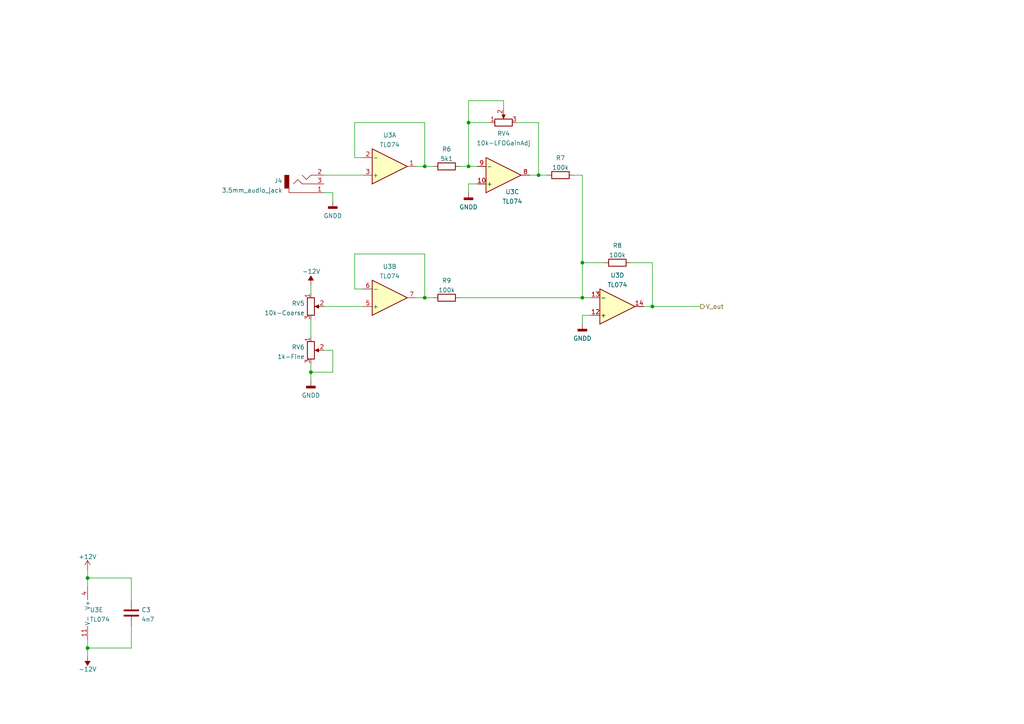
<source format=kicad_sch>
(kicad_sch (version 20211123) (generator eeschema)
  (paper "A4")
  (lib_symbols
    (symbol "Amplifier_Operational:TL074" (pin_names (offset 0.127))
      (property "Reference" "U" (at 0 5.08 0))
      (property "Value" "TL074" (at 0 -5.08 0))
      (symbol "TL074_1_1"
        (polyline (pts (xy -5.08 5.08) (xy 5.08 0) (xy -5.08 -5.08) (xy -5.08 5.08)) (stroke (width 0.254)) (fill (type background)))
        (pin output line (at 7.62 0 180) (length 2.54) (name "~") (number "1"))
        (pin input line (at -7.62 -2.54 0) (length 2.54) (name "-") (number "2"))
        (pin input line (at -7.62 2.54 0) (length 2.54) (name "+") (number "3"))
      )
      (symbol "TL074_2_1"
        (polyline (pts (xy -5.08 5.08) (xy 5.08 0) (xy -5.08 -5.08) (xy -5.08 5.08)) (stroke (width 0.254)) (fill (type background)))
        (pin input line (at -7.62 2.54 0) (length 2.54) (name "+") (number "5"))
        (pin input line (at -7.62 -2.54 0) (length 2.54) (name "-") (number "6"))
        (pin output line (at 7.62 0 180) (length 2.54) (name "~") (number "7"))
      )
      (symbol "TL074_3_1"
        (polyline (pts (xy -5.08 5.08) (xy 5.08 0) (xy -5.08 -5.08) (xy -5.08 5.08)) (stroke (width 0.254)) (fill (type background)))
        (pin input line (at -7.62 2.54 0) (length 2.54) (name "+") (number "10"))
        (pin output line (at 7.62 0 180) (length 2.54) (name "~") (number "8"))
        (pin input line (at -7.62 -2.54 0) (length 2.54) (name "-") (number "9"))
      )
      (symbol "TL074_4_1"
        (polyline (pts (xy -5.08 5.08) (xy 5.08 0) (xy -5.08 -5.08) (xy -5.08 5.08)) (stroke (width 0.254)) (fill (type background)))
        (pin input line (at -7.62 2.54 0) (length 2.54) (name "+") (number "12"))
        (pin input line (at -7.62 -2.54 0) (length 2.54) (name "-") (number "13"))
        (pin output line (at 7.62 0 180) (length 2.54) (name "~") (number "14"))
      )
      (symbol "TL074_5_1"
        (pin power_in line (at -2.54 -7.62 90) (length 3.81) (name "V-") (number "11"))
        (pin power_in line (at -2.54 7.62 270) (length 3.81) (name "V+") (number "4"))
      )
    )
    (symbol "Custom:3.5mm_audio_jack" (pin_names (offset 1.016))
      (property "Reference" "J" (at 0 -3.81 0))
      (property "Value" "3.5mm_audio_jack" (at 0 -5.08 0))
      (symbol "3.5mm_audio_jack_0_1"
        (rectangle (start -6.35 1.27) (end -5.08 -2.54) (fill (type outline)))
        (polyline (pts (xy 2.54 2.54) (xy -5.08 2.54) (xy -5.08 1.27)))
        (polyline (pts (xy 2.54 -2.54) (xy 1.27 -2.54) (xy 0 -1.27) (xy -1.27 -2.54)))
        (polyline (pts (xy 2.54 0) (xy -1.27 0) (xy -2.54 -1.27) (xy -3.81 0)))
      )
      (symbol "3.5mm_audio_jack_1_1"
        (pin passive line (at 5.08 2.54 180) (length 2.54) (name "~") (number "1"))
        (pin passive line (at 5.08 -2.54 180) (length 2.54) (name "~") (number "2"))
        (pin passive line (at 5.08 0 180) (length 2.54) (name "~") (number "3"))
      )
    )
    (symbol "Device:C" (pin_numbers hide) (pin_names (offset 0.254))
      (property "Reference" "C" (at 0.635 2.54 0))
      (property "Value" "C" (at 0.635 -2.54 0))
      (symbol "C_0_1"
        (polyline (pts (xy -2.032 -0.762) (xy 2.032 -0.762)) (stroke (width 0.508)))
        (polyline (pts (xy -2.032 0.762) (xy 2.032 0.762)) (stroke (width 0.508)))
      )
      (symbol "C_1_1"
        (pin passive line (at 0 3.81 270) (length 2.794) (name "~") (number "1"))
        (pin passive line (at 0 -3.81 90) (length 2.794) (name "~") (number "2"))
      )
    )
    (symbol "Device:R" (pin_numbers hide) (pin_names (offset 0))
      (property "Reference" "R" (at 2.032 0 90))
      (property "Value" "R" (at 0 0 90))
      (symbol "R_0_1"
        (rectangle (start -1.016 -2.54) (end 1.016 2.54) (stroke (width 0.254)))
      )
      (symbol "R_1_1"
        (pin passive line (at 0 3.81 270) (length 1.27) (name "~") (number "1"))
        (pin passive line (at 0 -3.81 90) (length 1.27) (name "~") (number "2"))
      )
    )
    (symbol "Device:R_Potentiometer" (pin_names (offset 1.016) hide)
      (property "Reference" "RV" (at -4.445 0 90))
      (property "Value" "R_Potentiometer" (at -2.54 0 90))
      (symbol "R_Potentiometer_0_1"
        (polyline (pts (xy 2.54 0) (xy 1.524 0)))
        (polyline (pts (xy 1.143 0) (xy 2.286 0.508) (xy 2.286 -0.508) (xy 1.143 0)) (fill (type outline)))
        (rectangle (start 1.016 2.54) (end -1.016 -2.54) (stroke (width 0.254)))
      )
      (symbol "R_Potentiometer_1_1"
        (pin passive line (at 0 3.81 270) (length 1.27) (name "1") (number "1"))
        (pin passive line (at 3.81 0 180) (length 1.27) (name "2") (number "2"))
        (pin passive line (at 0 -3.81 90) (length 1.27) (name "3") (number "3"))
      )
    )
    (symbol "power:+12V" (power) (pin_names (offset 0))
      (property "Value" "+12V" (at 0 3.556 0))
      (symbol "+12V_0_1"
        (polyline (pts (xy -0.762 1.27) (xy 0 2.54)))
        (polyline (pts (xy 0 0) (xy 0 2.54)))
        (polyline (pts (xy 0 2.54) (xy 0.762 1.27)))
      )
      (symbol "+12V_1_1"
        (pin power_in line (at 0 0 90) (length 0) hide (name "+12V") (number "1"))
      )
    )
    (symbol "power:-12V" (power) (pin_names (offset 0))
      (property "Value" "-12V" (at 0 3.81 0))
      (symbol "-12V_0_0"
        (pin power_in line (at 0 0 90) (length 0) hide (name "-12V") (number "1"))
      )
      (symbol "-12V_0_1"
        (polyline (pts (xy 0 0) (xy 0 1.27) (xy 0.762 1.27) (xy 0 2.54) (xy -0.762 1.27) (xy 0 1.27)) (fill (type outline)))
      )
    )
    (symbol "power:GNDD" (power) (pin_names (offset 0))
      (property "Value" "GNDD" (at 0 -3.175 0))
      (symbol "GNDD_0_1"
        (rectangle (start -1.27 -1.524) (end 1.27 -2.032) (stroke (width 0.254)) (fill (type outline)))
        (polyline (pts (xy 0 0) (xy 0 -1.524)))
      )
      (symbol "GNDD_1_1"
        (pin power_in line (at 0 0 270) (length 0) hide (name "GNDD") (number "1"))
      )
    )
  )
  (junction (at 135.89 48.26))
  (junction (at 168.91 76.2))
  (junction (at 168.91 86.36))
  (junction (at 123.19 86.36))
  (junction (at 25.4 187.96))
  (junction (at 135.89 35.56))
  (junction (at 189.23 88.9))
  (junction (at 156.21 50.8))
  (junction (at 25.4 167.64))
  (junction (at 123.19 48.26))
  (junction (at 90.17 107.95))
  (wire (pts (xy 189.23 88.9) (xy 186.69 88.9)))
  (wire (pts (xy 156.21 50.8) (xy 158.75 50.8)))
  (wire (pts (xy 93.98 50.8) (xy 105.41 50.8)))
  (wire (pts (xy 93.98 88.9) (xy 105.41 88.9)))
  (wire (pts (xy 146.05 31.75) (xy 146.05 29.21)))
  (wire (pts (xy 168.91 76.2) (xy 175.26 76.2)))
  (wire (pts (xy 96.52 107.95) (xy 90.17 107.95)))
  (wire (pts (xy 135.89 53.34) (xy 135.89 55.88)))
  (wire (pts (xy 156.21 35.56) (xy 156.21 50.8)))
  (wire (pts (xy 149.86 35.56) (xy 156.21 35.56)))
  (wire (pts (xy 38.1 187.96) (xy 25.4 187.96)))
  (wire (pts (xy 102.87 35.56) (xy 123.19 35.56)))
  (wire (pts (xy 123.19 35.56) (xy 123.19 48.26)))
  (wire (pts (xy 133.35 48.26) (xy 135.89 48.26)))
  (wire (pts (xy 166.37 50.8) (xy 168.91 50.8)))
  (wire (pts (xy 135.89 48.26) (xy 138.43 48.26)))
  (wire (pts (xy 171.45 86.36) (xy 168.91 86.36)))
  (wire (pts (xy 90.17 107.95) (xy 90.17 110.49)))
  (wire (pts (xy 25.4 165.1) (xy 25.4 167.64)))
  (wire (pts (xy 133.35 86.36) (xy 168.91 86.36)))
  (wire (pts (xy 102.87 73.66) (xy 123.19 73.66)))
  (wire (pts (xy 90.17 82.55) (xy 90.17 85.09)))
  (wire (pts (xy 123.19 86.36) (xy 120.65 86.36)))
  (wire (pts (xy 168.91 91.44) (xy 168.91 93.98)))
  (wire (pts (xy 90.17 92.71) (xy 90.17 97.79)))
  (wire (pts (xy 25.4 167.64) (xy 25.4 170.18)))
  (wire (pts (xy 25.4 187.96) (xy 25.4 190.5)))
  (wire (pts (xy 96.52 55.88) (xy 93.98 55.88)))
  (wire (pts (xy 189.23 76.2) (xy 189.23 88.9)))
  (wire (pts (xy 38.1 167.64) (xy 25.4 167.64)))
  (wire (pts (xy 102.87 83.82) (xy 102.87 73.66)))
  (wire (pts (xy 105.41 83.82) (xy 102.87 83.82)))
  (wire (pts (xy 96.52 101.6) (xy 96.52 107.95)))
  (wire (pts (xy 138.43 53.34) (xy 135.89 53.34)))
  (wire (pts (xy 123.19 73.66) (xy 123.19 86.36)))
  (wire (pts (xy 25.4 185.42) (xy 25.4 187.96)))
  (wire (pts (xy 38.1 181.61) (xy 38.1 187.96)))
  (wire (pts (xy 142.24 35.56) (xy 135.89 35.56)))
  (wire (pts (xy 123.19 48.26) (xy 125.73 48.26)))
  (wire (pts (xy 96.52 55.88) (xy 96.52 58.42)))
  (wire (pts (xy 123.19 86.36) (xy 125.73 86.36)))
  (wire (pts (xy 168.91 86.36) (xy 168.91 76.2)))
  (wire (pts (xy 182.88 76.2) (xy 189.23 76.2)))
  (wire (pts (xy 93.98 101.6) (xy 96.52 101.6)))
  (wire (pts (xy 189.23 88.9) (xy 203.2 88.9)))
  (wire (pts (xy 156.21 50.8) (xy 153.67 50.8)))
  (wire (pts (xy 90.17 107.95) (xy 90.17 105.41)))
  (wire (pts (xy 38.1 173.99) (xy 38.1 167.64)))
  (wire (pts (xy 146.05 29.21) (xy 135.89 29.21)))
  (wire (pts (xy 105.41 45.72) (xy 102.87 45.72)))
  (wire (pts (xy 123.19 48.26) (xy 120.65 48.26)))
  (wire (pts (xy 135.89 35.56) (xy 135.89 48.26)))
  (wire (pts (xy 135.89 29.21) (xy 135.89 35.56)))
  (wire (pts (xy 102.87 45.72) (xy 102.87 35.56)))
  (wire (pts (xy 171.45 91.44) (xy 168.91 91.44)))
  (wire (pts (xy 168.91 50.8) (xy 168.91 76.2)))
  (hierarchical_label "V_out" (shape output) (at 203.2 88.9 0))
  (symbol (lib_id "Device:C") (at 38.1 177.8 0) (unit 1)
    (property "Reference" "C3" (at 41.021 176.8915 0) (effects (justify left)))
    (property "Value" "4n7" (at 41.021 179.6666 0) (effects (justify left)))
    (property "Footprint" "Capacitor_THT:C_Disc_D3.4mm_W2.1mm_P2.50mm" (effects hide))
  )
  (symbol (lib_id "Device:R_Potentiometer") (at 146.05 35.56 90) (unit 1)
    (property "Reference" "RV4" (at 146.05 38.7255 90))
    (property "Value" "10k-LFOGainAdj" (at 146.05 41.5006 90))
    (property "Footprint" "Custom Footprints:RV-90 Potentiometer" (effects hide))
  )
  (symbol (lib_id "Amplifier_Operational:TL074") (at 27.94 177.8 0) (unit 5)
    (property "Reference" "U3" (at 26.035 176.8915 0) (effects (justify left)))
    (property "Value" "TL074" (at 26.035 179.6666 0) (effects (justify left)))
    (property "Footprint" "Package_DIP:DIP-14_W7.62mm" (effects hide))
    (property "Datasheet" "http://www.ti.com/lit/ds/symlink/tl071.pdf" (effects hide))
  )
  (symbol (lib_id "power:GNDD") (at 135.89 55.88 0) (unit 1)
    (property "Reference" "#PWR011" (effects hide))
    (property "Value" "GNDD" (at 135.89 60.0615 0))
  )
  (symbol (lib_id "power:GNDD") (at 168.91 93.98 0) (unit 1)
    (property "Reference" "#PWR014" (effects hide))
    (property "Value" "GNDD" (at 168.91 98.1615 0))
  )
  (symbol (lib_id "power:-12V") (at 25.4 190.5 180) (unit 1)
    (property "Reference" "#PWR017" (effects hide))
    (property "Value" "-12V" (at 25.4 194.1045 0))
  )
  (symbol (lib_id "Device:R") (at 162.56 50.8 90) (unit 1)
    (property "Reference" "R7" (at 162.56 45.8175 90))
    (property "Value" "100k" (at 162.56 48.5926 90))
    (property "Footprint" "Resistor_THT:R_Axial_DIN0207_L6.3mm_D2.5mm_P10.16mm_Horizontal" (effects hide))
  )
  (symbol (lib_id "Amplifier_Operational:TL074") (at 146.05 50.8 0) (mirror x) (unit 3)
    (property "Reference" "U3" (at 148.59 55.6449 0))
    (property "Value" "TL074" (at 148.59 58.42 0))
    (property "Footprint" "Package_DIP:DIP-14_W7.62mm" (effects hide))
    (property "Datasheet" "http://www.ti.com/lit/ds/symlink/tl071.pdf" (effects hide))
  )
  (symbol (lib_id "Custom:3.5mm_audio_jack") (at 88.9 53.34 0) (mirror x) (unit 1)
    (property "Reference" "J4" (at 81.9151 52.4315 0) (effects (justify right)))
    (property "Value" "3.5mm_audio_jack" (at 81.9151 55.2066 0) (effects (justify right)))
    (property "Footprint" "Custom Footprints:PJ_301M" (effects hide))
  )
  (symbol (lib_id "Device:R") (at 129.54 48.26 90) (unit 1)
    (property "Reference" "R6" (at 129.54 43.2775 90))
    (property "Value" "5k1" (at 129.54 46.0526 90))
    (property "Footprint" "Resistor_THT:R_Axial_DIN0207_L6.3mm_D2.5mm_P10.16mm_Horizontal" (effects hide))
  )
  (symbol (lib_id "Device:R_Potentiometer") (at 90.17 101.6 0) (unit 1)
    (property "Reference" "RV6" (at 88.392 100.6915 0) (effects (justify right)))
    (property "Value" "1k-Fine" (at 88.392 103.4666 0) (effects (justify right)))
    (property "Footprint" "Custom Footprints:RV-90 Potentiometer" (effects hide))
  )
  (symbol (lib_id "Amplifier_Operational:TL074") (at 113.03 48.26 0) (mirror x) (unit 1)
    (property "Reference" "U3" (at 113.03 39.2135 0))
    (property "Value" "TL074" (at 113.03 41.9886 0))
    (property "Footprint" "Package_DIP:DIP-14_W7.62mm" (effects hide))
    (property "Datasheet" "http://www.ti.com/lit/ds/symlink/tl071.pdf" (effects hide))
  )
  (symbol (lib_id "power:GNDD") (at 90.17 110.49 0) (unit 1)
    (property "Reference" "#PWR015" (effects hide))
    (property "Value" "GNDD" (at 90.17 114.6715 0))
  )
  (symbol (lib_id "Amplifier_Operational:TL074") (at 179.07 88.9 0) (mirror x) (unit 4)
    (property "Reference" "U3" (at 179.07 79.8535 0))
    (property "Value" "TL074" (at 179.07 82.6286 0))
    (property "Footprint" "Package_DIP:DIP-14_W7.62mm" (effects hide))
    (property "Datasheet" "http://www.ti.com/lit/ds/symlink/tl071.pdf" (effects hide))
  )
  (symbol (lib_id "Device:R") (at 129.54 86.36 90) (unit 1)
    (property "Reference" "R9" (at 129.54 81.3775 90))
    (property "Value" "100k" (at 129.54 84.1526 90))
    (property "Footprint" "Resistor_THT:R_Axial_DIN0207_L6.3mm_D2.5mm_P10.16mm_Horizontal" (effects hide))
  )
  (symbol (lib_id "power:+12V") (at 25.4 165.1 0) (unit 1)
    (property "Reference" "#PWR016" (effects hide))
    (property "Value" "+12V" (at 25.4 161.4955 0))
  )
  (symbol (lib_id "power:-12V") (at 90.17 82.55 0) (unit 1)
    (property "Reference" "#PWR013" (effects hide))
    (property "Value" "-12V" (at 87.63 78.74 0) (effects (justify left)))
  )
  (symbol (lib_id "Amplifier_Operational:TL074") (at 113.03 86.36 0) (mirror x) (unit 2)
    (property "Reference" "U3" (at 113.03 77.3135 0))
    (property "Value" "TL074" (at 113.03 80.0886 0))
    (property "Footprint" "Package_DIP:DIP-14_W7.62mm" (effects hide))
    (property "Datasheet" "http://www.ti.com/lit/ds/symlink/tl071.pdf" (effects hide))
  )
  (symbol (lib_id "Device:R_Potentiometer") (at 90.17 88.9 0) (unit 1)
    (property "Reference" "RV5" (at 88.3921 87.9915 0) (effects (justify right)))
    (property "Value" "10k-Coarse" (at 88.3921 90.7666 0) (effects (justify right)))
    (property "Footprint" "Custom Footprints:RV-90 Potentiometer" (effects hide))
  )
  (symbol (lib_id "Device:R") (at 179.07 76.2 90) (unit 1)
    (property "Reference" "R8" (at 179.07 71.2175 90))
    (property "Value" "100k" (at 179.07 73.9926 90))
    (property "Footprint" "Resistor_THT:R_Axial_DIN0207_L6.3mm_D2.5mm_P10.16mm_Horizontal" (effects hide))
  )
  (symbol (lib_id "power:GNDD") (at 96.52 58.42 0) (unit 1)
    (property "Reference" "#PWR012" (effects hide))
    (property "Value" "GNDD" (at 96.52 62.6015 0))
  )
)
</source>
